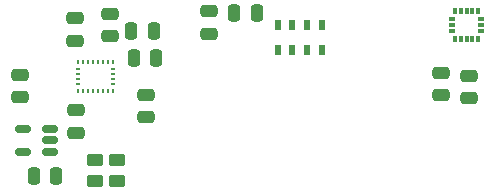
<source format=gbr>
%TF.GenerationSoftware,KiCad,Pcbnew,6.0.5*%
%TF.CreationDate,2022-05-19T12:05:37-04:00*%
%TF.ProjectId,Blackbox,426c6163-6b62-46f7-982e-6b696361645f,rev?*%
%TF.SameCoordinates,Original*%
%TF.FileFunction,Paste,Bot*%
%TF.FilePolarity,Positive*%
%FSLAX46Y46*%
G04 Gerber Fmt 4.6, Leading zero omitted, Abs format (unit mm)*
G04 Created by KiCad (PCBNEW 6.0.5) date 2022-05-19 12:05:37*
%MOMM*%
%LPD*%
G01*
G04 APERTURE LIST*
G04 Aperture macros list*
%AMRoundRect*
0 Rectangle with rounded corners*
0 $1 Rounding radius*
0 $2 $3 $4 $5 $6 $7 $8 $9 X,Y pos of 4 corners*
0 Add a 4 corners polygon primitive as box body*
4,1,4,$2,$3,$4,$5,$6,$7,$8,$9,$2,$3,0*
0 Add four circle primitives for the rounded corners*
1,1,$1+$1,$2,$3*
1,1,$1+$1,$4,$5*
1,1,$1+$1,$6,$7*
1,1,$1+$1,$8,$9*
0 Add four rect primitives between the rounded corners*
20,1,$1+$1,$2,$3,$4,$5,0*
20,1,$1+$1,$4,$5,$6,$7,0*
20,1,$1+$1,$6,$7,$8,$9,0*
20,1,$1+$1,$8,$9,$2,$3,0*%
G04 Aperture macros list end*
%ADD10RoundRect,0.250000X0.475000X-0.250000X0.475000X0.250000X-0.475000X0.250000X-0.475000X-0.250000X0*%
%ADD11RoundRect,0.250000X-0.475000X0.250000X-0.475000X-0.250000X0.475000X-0.250000X0.475000X0.250000X0*%
%ADD12RoundRect,0.250000X-0.250000X-0.475000X0.250000X-0.475000X0.250000X0.475000X-0.250000X0.475000X0*%
%ADD13RoundRect,0.250000X0.250000X0.475000X-0.250000X0.475000X-0.250000X-0.475000X0.250000X-0.475000X0*%
%ADD14RoundRect,0.250000X0.450000X-0.262500X0.450000X0.262500X-0.450000X0.262500X-0.450000X-0.262500X0*%
%ADD15RoundRect,0.087500X0.087500X-0.187500X0.087500X0.187500X-0.087500X0.187500X-0.087500X-0.187500X0*%
%ADD16RoundRect,0.087500X0.187500X-0.087500X0.187500X0.087500X-0.187500X0.087500X-0.187500X-0.087500X0*%
%ADD17RoundRect,0.150000X0.512500X0.150000X-0.512500X0.150000X-0.512500X-0.150000X0.512500X-0.150000X0*%
%ADD18R,0.550000X0.950000*%
%ADD19R,0.230000X0.350000*%
%ADD20R,0.350000X0.230000*%
G04 APERTURE END LIST*
D10*
%TO.C,C122*%
X157770000Y-100830000D03*
X157770000Y-98930000D03*
%TD*%
%TO.C,C124*%
X141800000Y-106175000D03*
X141800000Y-104275000D03*
%TD*%
%TO.C,C107*%
X146400000Y-101400000D03*
X146400000Y-99500000D03*
%TD*%
%TO.C,C106*%
X149400000Y-101025000D03*
X149400000Y-99125000D03*
%TD*%
D11*
%TO.C,C103*%
X179800000Y-104350000D03*
X179800000Y-106250000D03*
%TD*%
D12*
%TO.C,C105*%
X151196000Y-100584000D03*
X153096000Y-100584000D03*
%TD*%
D13*
%TO.C,C125*%
X144825000Y-112850000D03*
X142925000Y-112850000D03*
%TD*%
D14*
%TO.C,R101*%
X148100000Y-113312500D03*
X148100000Y-111487500D03*
%TD*%
D11*
%TO.C,C104*%
X152475000Y-106000000D03*
X152475000Y-107900000D03*
%TD*%
D15*
%TO.C,U1*%
X180578000Y-101301000D03*
X180078000Y-101301000D03*
X179578000Y-101301000D03*
X179078000Y-101301000D03*
X178578000Y-101301000D03*
D16*
X178353000Y-100576000D03*
X178353000Y-100076000D03*
X178353000Y-99576000D03*
D15*
X178578000Y-98851000D03*
X179078000Y-98851000D03*
X179578000Y-98851000D03*
X180078000Y-98851000D03*
X180578000Y-98851000D03*
D16*
X180803000Y-99576000D03*
X180803000Y-100076000D03*
X180803000Y-100576000D03*
%TD*%
D10*
%TO.C,C123*%
X146550000Y-109200000D03*
X146550000Y-107300000D03*
%TD*%
D12*
%TO.C,C101*%
X159898000Y-99060000D03*
X161798000Y-99060000D03*
%TD*%
D11*
%TO.C,C102*%
X177370000Y-104140000D03*
X177370000Y-106040000D03*
%TD*%
D17*
%TO.C,U5*%
X144287500Y-108900000D03*
X144287500Y-109850000D03*
X144287500Y-110800000D03*
X142012500Y-110800000D03*
X142012500Y-108900000D03*
%TD*%
D18*
%TO.C,U4*%
X163571000Y-100076500D03*
X164821000Y-100076500D03*
X166071000Y-100076500D03*
X167321000Y-100076500D03*
X167321000Y-102226500D03*
X166071000Y-102226500D03*
X164821000Y-102226500D03*
X163571000Y-102226500D03*
%TD*%
D19*
%TO.C,U2*%
X149647500Y-103182500D03*
D20*
X149617500Y-103762500D03*
X149617500Y-104192500D03*
X149617500Y-104622500D03*
X149617500Y-105052500D03*
D19*
X149647500Y-105632500D03*
X149217500Y-105632500D03*
X148787500Y-105632500D03*
X148357500Y-105632500D03*
X147927500Y-105632500D03*
X147497500Y-105632500D03*
X147067500Y-105632500D03*
X146637500Y-105632500D03*
D20*
X146667500Y-105052500D03*
X146667500Y-104622500D03*
X146667500Y-104192500D03*
X146667500Y-103762500D03*
D19*
X146637500Y-103182500D03*
X147067500Y-103182500D03*
X147497500Y-103182500D03*
X147927500Y-103182500D03*
X148357500Y-103182500D03*
X148787500Y-103182500D03*
X149217500Y-103182500D03*
%TD*%
D12*
%TO.C,C108*%
X151384000Y-102870000D03*
X153284000Y-102870000D03*
%TD*%
D14*
%TO.C,R102*%
X150000000Y-113312500D03*
X150000000Y-111487500D03*
%TD*%
M02*

</source>
